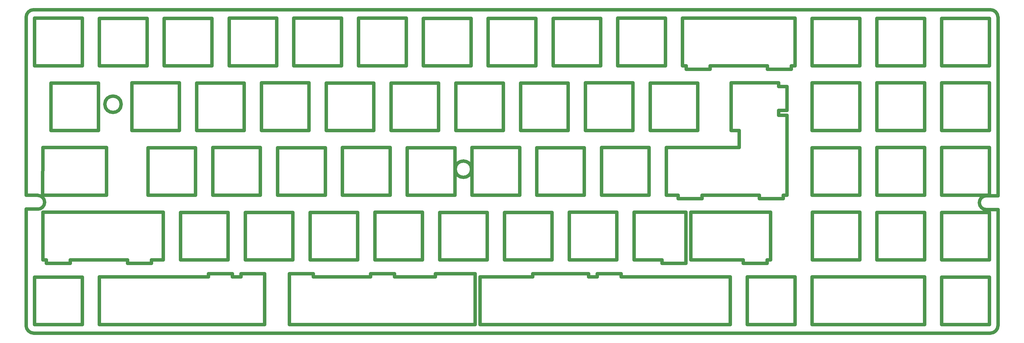
<source format=gbr>
%TF.GenerationSoftware,KiCad,Pcbnew,(7.0.0)*%
%TF.CreationDate,2023-03-30T18:52:10+02:00*%
%TF.ProjectId,qazimodo plate,71617a69-6d6f-4646-9f20-706c6174652e,rev?*%
%TF.SameCoordinates,Original*%
%TF.FileFunction,Soldermask,Top*%
%TF.FilePolarity,Negative*%
%FSLAX46Y46*%
G04 Gerber Fmt 4.6, Leading zero omitted, Abs format (unit mm)*
G04 Created by KiCad (PCBNEW (7.0.0)) date 2023-03-30 18:52:10*
%MOMM*%
%LPD*%
G01*
G04 APERTURE LIST*
%ADD10C,1.000000*%
G04 APERTURE END LIST*
D10*
X258101595Y-124753760D02*
X258101595Y-138753760D01*
X99695000Y-124752682D02*
X67610937Y-124752682D01*
X167335140Y-67621903D02*
X153335140Y-67621903D01*
X211460937Y-123752682D02*
X206883000Y-123752682D01*
X331790766Y-100839711D02*
X328353046Y-100838000D01*
X129233317Y-67600314D02*
X115233317Y-67600314D01*
X96173605Y-67609912D02*
X96173605Y-81609912D01*
X129233317Y-81600314D02*
X129233317Y-67600314D01*
X310205013Y-48558972D02*
X296205013Y-48558972D01*
X114941701Y-86656637D02*
X100941701Y-86656637D01*
X65024000Y-100652682D02*
X69704687Y-100652682D01*
X248412000Y-86652682D02*
X234298437Y-86652682D01*
X139055971Y-100650656D02*
X153055971Y-100650656D01*
X67610937Y-124752682D02*
X67610937Y-138752682D01*
X109210937Y-124752682D02*
X106692187Y-124752682D01*
X147310937Y-124752682D02*
X138811000Y-124752682D01*
X215228957Y-86642654D02*
X215228957Y-100642654D01*
X51943000Y-105702682D02*
X50942187Y-105702682D01*
X50942187Y-86652682D02*
X50927000Y-100652682D01*
X256880187Y-120702682D02*
X263880187Y-120702682D01*
X205440907Y-81618300D02*
X205440907Y-67618300D01*
X315260140Y-105714099D02*
X315260140Y-119714099D01*
X329252222Y-100656181D02*
X329252222Y-86656181D01*
X277160140Y-48558565D02*
X277160140Y-62558565D01*
X75905187Y-119702682D02*
X75905187Y-120702682D01*
X262636000Y-62552682D02*
X264023937Y-62552682D01*
X105441332Y-105718266D02*
X91441332Y-105718266D01*
X176866587Y-62564784D02*
X176866587Y-48564784D01*
X81610001Y-62564601D02*
X81610001Y-48564601D01*
X46041701Y-100711000D02*
X49452502Y-100711000D01*
X110479746Y-105715011D02*
X110479746Y-119715011D01*
X233004187Y-120702682D02*
X240004187Y-120702682D01*
X255729687Y-81602682D02*
X255729687Y-86652682D01*
X224504479Y-81606865D02*
X224504479Y-67606865D01*
X291148406Y-81607093D02*
X291148406Y-67607093D01*
X329540054Y-141281254D02*
G75*
G03*
X331790054Y-139031184I-54J2250054D01*
G01*
X277175976Y-105706409D02*
X277175976Y-119706409D01*
X130466687Y-123752682D02*
X123466687Y-123752682D01*
X82905187Y-119702682D02*
X86373437Y-119702682D01*
X329267518Y-62557548D02*
X329267518Y-48557548D01*
X48290054Y-46031154D02*
G75*
G03*
X46040054Y-48281184I46J-2250046D01*
G01*
X219763526Y-105698605D02*
X205763526Y-105698605D01*
X143534873Y-105715267D02*
X129534873Y-105715267D01*
X86373437Y-105702682D02*
X51943000Y-105702682D01*
X277175976Y-119706409D02*
X291175976Y-119706409D01*
X167335140Y-81621903D02*
X167335140Y-67621903D01*
X74549000Y-119702682D02*
X75905187Y-119702682D01*
X50927000Y-100652682D02*
X65024000Y-100652682D01*
X177157751Y-86655170D02*
X177157751Y-100655170D01*
X77154085Y-81603253D02*
X91154085Y-81603253D01*
X120003236Y-100683210D02*
X134003236Y-100683210D01*
X210191929Y-100683438D02*
X210191929Y-86683438D01*
X215228957Y-100642654D02*
X229228957Y-100642654D01*
X143534873Y-119715267D02*
X143534873Y-105715267D01*
X261642687Y-100652682D02*
X261642687Y-101652682D01*
X229228957Y-100642654D02*
X229228957Y-86642654D01*
X116210937Y-123752682D02*
X109210937Y-123752682D01*
X271023937Y-62552682D02*
X272110937Y-62552682D01*
X250967187Y-105702682D02*
X241442187Y-105702682D01*
X96173605Y-81609912D02*
X110173605Y-81609912D01*
X200689316Y-105716591D02*
X186689316Y-105716591D01*
X269729687Y-68689682D02*
X267348437Y-68689682D01*
X233004187Y-119702682D02*
X233004187Y-120702682D01*
X329262931Y-67603845D02*
X315262931Y-67603845D01*
X241442187Y-105702682D02*
X241442187Y-119702682D01*
X310215238Y-119721789D02*
X310215238Y-105721789D01*
X196191929Y-86683438D02*
X196191929Y-100683438D01*
X277160140Y-62558565D02*
X291160140Y-62558565D01*
X158107339Y-100701538D02*
X172107339Y-100701538D01*
X95894749Y-86679479D02*
X81894749Y-86679479D01*
X237766687Y-101652682D02*
X244766687Y-101652682D01*
X157819201Y-48555401D02*
X143819201Y-48555401D01*
X291160140Y-62558565D02*
X291160140Y-48558565D01*
X291175976Y-119706409D02*
X291175976Y-105706409D01*
X110479746Y-119715011D02*
X124479746Y-119715011D01*
X166360937Y-124752682D02*
X160192187Y-124752682D01*
X62560937Y-62552682D02*
X62560937Y-48552682D01*
X100668208Y-62564601D02*
X100668208Y-48564601D01*
X138764915Y-48546305D02*
X124764915Y-48546305D01*
X49452502Y-104774996D02*
G75*
G03*
X49452504Y-100711004I5598J2031996D01*
G01*
X224504479Y-67606865D02*
X210504479Y-67606865D01*
X310215238Y-105721789D02*
X296215238Y-105721789D01*
X267348437Y-68689682D02*
X267348437Y-67602682D01*
X269729687Y-99695000D02*
X269729687Y-77127682D01*
X77154085Y-67603253D02*
X77154085Y-81603253D01*
X214981694Y-62561830D02*
X214981694Y-48561830D01*
X277160937Y-138752682D02*
X278247937Y-138752682D01*
X181864000Y-124752682D02*
X179529687Y-124752682D01*
X224773437Y-105702682D02*
X224773437Y-119702682D01*
X315258624Y-124777294D02*
X315258624Y-138777294D01*
X329260140Y-105714099D02*
X315260140Y-105714099D01*
X181616132Y-105721447D02*
X167616132Y-105721447D01*
X272101595Y-138753760D02*
X272101595Y-124753760D01*
X329252222Y-86656181D02*
X315252222Y-86656181D01*
X196191929Y-100683438D02*
X210191929Y-100683438D01*
X315267518Y-62557548D02*
X329267518Y-62557548D01*
X263880187Y-120702682D02*
X263880187Y-119702682D01*
X148290779Y-67614783D02*
X134290779Y-67614783D01*
X46037500Y-104775000D02*
X49452502Y-104775000D01*
X205763526Y-105698605D02*
X205763526Y-119698605D01*
X331787498Y-104901996D02*
X331790054Y-139031184D01*
X329540054Y-46031184D02*
X48290054Y-46031184D01*
X240147937Y-63552682D02*
X247147937Y-63552682D01*
X277148406Y-81607093D02*
X291148406Y-81607093D01*
X67326185Y-81610824D02*
X67326185Y-67610824D01*
X267348437Y-77127682D02*
X267348437Y-75689682D01*
X181912118Y-62558197D02*
X195912118Y-62558197D01*
X271023937Y-63552682D02*
X271023937Y-62552682D01*
X220985937Y-124752682D02*
X220985937Y-123752682D01*
X106692187Y-124752682D02*
X106692187Y-123752682D01*
X67326185Y-67610824D02*
X53326185Y-67610824D01*
X291148406Y-67607093D02*
X277148406Y-67607093D01*
X158107339Y-86701538D02*
X158107339Y-100701538D01*
X120003236Y-86683210D02*
X120003236Y-100683210D01*
X134290779Y-67614783D02*
X134290779Y-81614783D01*
X310202422Y-67600342D02*
X296202422Y-67600342D01*
X296205013Y-62558972D02*
X310205013Y-62558972D01*
X181864000Y-138752682D02*
X253060937Y-138752682D01*
X186398568Y-81617275D02*
X186398568Y-67617275D01*
X214981694Y-48561830D02*
X200981694Y-48561830D01*
X162866587Y-48564784D02*
X162866587Y-62564784D01*
X147310937Y-123752682D02*
X147310937Y-124752682D01*
X269729687Y-77127682D02*
X267348437Y-77127682D01*
X86668208Y-48564601D02*
X86668208Y-62564601D01*
X272110937Y-62552682D02*
X272110937Y-48552682D01*
X138811000Y-124752682D02*
X130466687Y-124752682D01*
X129534873Y-119715267D02*
X143534873Y-119715267D01*
X81894749Y-86679479D02*
X81894749Y-100679479D01*
X264967187Y-105702682D02*
X250952000Y-105702682D01*
X50942187Y-119702682D02*
X52029187Y-119702682D01*
X296202422Y-67600342D02*
X296202422Y-81600342D01*
X234298437Y-100652682D02*
X237766687Y-100652682D01*
X296202422Y-81600342D02*
X310202422Y-81600342D01*
X277160368Y-86663643D02*
X277160368Y-100663643D01*
X277148406Y-67607093D02*
X277148406Y-81607093D01*
X272101595Y-124753760D02*
X258101595Y-124753760D01*
X220011176Y-48555583D02*
X220011176Y-62555583D01*
X134290779Y-81614783D02*
X148290779Y-81614783D01*
X64897000Y-86652682D02*
X50942187Y-86652682D01*
X253348437Y-81602682D02*
X255729687Y-81602682D01*
X124764915Y-48546305D02*
X124764915Y-62546305D01*
X129534873Y-105715267D02*
X129534873Y-119715267D01*
X130466687Y-124752682D02*
X130466687Y-123752682D01*
X172398568Y-67617275D02*
X172398568Y-81617275D01*
X52029187Y-120702682D02*
X59029187Y-120702682D01*
X234298437Y-86652682D02*
X234298437Y-100652682D01*
X154310937Y-123752682D02*
X147320000Y-123752682D01*
X213985937Y-123752682D02*
X213985937Y-124752682D01*
X177157751Y-100655170D02*
X191157751Y-100655170D01*
X213985937Y-124752682D02*
X211460937Y-124752682D01*
X114941701Y-100656637D02*
X114941701Y-86656637D01*
X153335140Y-81621903D02*
X167335140Y-81621903D01*
X248412000Y-124752682D02*
X220985937Y-124752682D01*
X100941701Y-100656637D02*
X114941701Y-100656637D01*
X110173605Y-81609912D02*
X110173605Y-67609912D01*
X139055971Y-86650656D02*
X139055971Y-100650656D01*
X220011176Y-62555583D02*
X234011176Y-62555583D01*
X191440907Y-81618300D02*
X205440907Y-81618300D01*
X238760000Y-105702682D02*
X224773437Y-105702682D01*
X99685937Y-123752682D02*
X99685937Y-124752682D01*
X195912118Y-48558197D02*
X181912118Y-48558197D01*
X253060937Y-124752682D02*
X248412000Y-124752682D01*
X81610001Y-48564601D02*
X67610001Y-48564601D01*
X296215238Y-105721789D02*
X296215238Y-119721789D01*
X123466687Y-138752682D02*
X124714000Y-138752682D01*
X171091687Y-123752682D02*
X166360937Y-123752682D01*
X53326185Y-67610824D02*
X53326185Y-81610824D01*
X240004187Y-105702682D02*
X238773437Y-105702682D01*
X296197039Y-100653817D02*
X310197039Y-100653817D01*
X95894749Y-100679479D02*
X95894749Y-86679479D01*
X310197039Y-100653817D02*
X310197039Y-86653817D01*
X310210937Y-138752682D02*
X310210937Y-124752682D01*
X205440907Y-67618300D02*
X191440907Y-67618300D01*
X267348437Y-75689682D02*
X269729687Y-75689682D01*
X310197039Y-86653817D02*
X296197039Y-86653817D01*
X200981694Y-62561830D02*
X214981694Y-62561830D01*
X229545991Y-67622701D02*
X229545991Y-81622701D01*
X186689316Y-105716591D02*
X186689316Y-119716591D01*
X62565722Y-124760596D02*
X48565722Y-124760596D01*
X81894749Y-100679479D02*
X95894749Y-100679479D01*
X296197039Y-86653817D02*
X296197039Y-100653817D01*
X50942187Y-105702682D02*
X50942187Y-119702682D01*
X244766687Y-101652682D02*
X244766687Y-100652682D01*
X166360937Y-123752682D02*
X166360937Y-124752682D01*
X106685937Y-123752682D02*
X99692187Y-123752682D01*
X134003236Y-86683210D02*
X120003236Y-86683210D01*
X153055971Y-86650656D02*
X139055971Y-86650656D01*
X291160368Y-86663643D02*
X277160368Y-86663643D01*
X75905187Y-120702682D02*
X82905187Y-120702682D01*
X234011176Y-48555583D02*
X220011176Y-48555583D01*
X267348437Y-67602682D02*
X253348437Y-67602682D01*
X48560937Y-62552682D02*
X62560937Y-62552682D01*
X253348437Y-67602682D02*
X253348437Y-81602682D01*
X239060937Y-48552682D02*
X239060937Y-62552682D01*
X148590227Y-105699289D02*
X148590227Y-119699289D01*
X291160368Y-100663643D02*
X291160368Y-86663643D01*
X315262931Y-81603845D02*
X329262931Y-81603845D01*
X138764915Y-62546305D02*
X138764915Y-48546305D01*
X123466687Y-123752682D02*
X123466687Y-138752682D01*
X269729687Y-75689682D02*
X269729687Y-68689682D01*
X315258624Y-138777294D02*
X329258624Y-138777294D01*
X240147937Y-48552682D02*
X239060937Y-48552682D01*
X172107339Y-86701538D02*
X158107339Y-86701538D01*
X250952000Y-119702682D02*
X256880187Y-119702682D01*
X91441332Y-105718266D02*
X91441332Y-119718266D01*
X67610937Y-138752682D02*
X116205000Y-138752682D01*
X172398568Y-81617275D02*
X186398568Y-81617275D01*
X315252222Y-100656181D02*
X329252222Y-100656181D01*
X148290779Y-81614783D02*
X148290779Y-67614783D01*
X82905187Y-120702682D02*
X82905187Y-119702682D01*
X331790016Y-48281184D02*
G75*
G03*
X329540054Y-46031184I-2249916J84D01*
G01*
X309118000Y-124752682D02*
X277160937Y-124752682D01*
X177009344Y-93001114D02*
G75*
G03*
X177009344Y-93001114I-2400000J0D01*
G01*
X239060937Y-62552682D02*
X240147937Y-62552682D01*
X277160368Y-100663643D02*
X291160368Y-100663643D01*
X243545991Y-67622701D02*
X229545991Y-67622701D01*
X153055971Y-100650656D02*
X153055971Y-86650656D01*
X154342687Y-124752682D02*
X154342687Y-123752682D01*
X291160140Y-48558565D02*
X277160140Y-48558565D01*
X179529687Y-124752682D02*
X179529687Y-138752682D01*
X62565722Y-138760596D02*
X62565722Y-124760596D01*
X191157751Y-86655170D02*
X177157751Y-86655170D01*
X200981694Y-48561830D02*
X200981694Y-62561830D01*
X124764915Y-62546305D02*
X138764915Y-62546305D01*
X178091687Y-123752682D02*
X173360937Y-123752682D01*
X310202422Y-81600342D02*
X310202422Y-67600342D01*
X119720377Y-62556394D02*
X119720377Y-48556394D01*
X195912118Y-62558197D02*
X195912118Y-48558197D01*
X153335140Y-67621903D02*
X153335140Y-81621903D01*
X46040016Y-139031184D02*
G75*
G03*
X48290054Y-141281184I2250084J84D01*
G01*
X256880187Y-119702682D02*
X256880187Y-120702682D01*
X220985937Y-123752682D02*
X213985937Y-123752682D01*
X206883000Y-123752682D02*
X194967687Y-123752682D01*
X328353046Y-100838005D02*
G75*
G03*
X328353044Y-104901995I-5546J-2031995D01*
G01*
X261642687Y-101652682D02*
X268642687Y-101652682D01*
X194967687Y-124752682D02*
X181864000Y-124752682D01*
X315260140Y-119714099D02*
X329260140Y-119714099D01*
X277160937Y-124752682D02*
X277160937Y-138752682D01*
X329262931Y-81603845D02*
X329262931Y-67603845D01*
X331790766Y-100839711D02*
X331790054Y-48281184D01*
X53326185Y-81610824D02*
X67326185Y-81610824D01*
X173360937Y-123752682D02*
X171091687Y-123752682D01*
X291175976Y-105706409D02*
X277175976Y-105706409D01*
X264023937Y-62552682D02*
X264023937Y-63552682D01*
X229228957Y-86642654D02*
X215228957Y-86642654D01*
X269729687Y-100652682D02*
X269729687Y-99695000D01*
X264967187Y-119702682D02*
X264967187Y-105702682D01*
X200689316Y-119716591D02*
X200689316Y-105716591D01*
X179529687Y-138752682D02*
X181864000Y-138752682D01*
X329258624Y-124777294D02*
X315258624Y-124777294D01*
X124714000Y-138752682D02*
X178091687Y-138752682D01*
X331787498Y-104901996D02*
X328353044Y-104901996D01*
X194967687Y-123752682D02*
X194967687Y-124752682D01*
X329260140Y-119714099D02*
X329260140Y-105714099D01*
X234011176Y-62555583D02*
X234011176Y-48555583D01*
X162866587Y-62564784D02*
X176866587Y-62564784D01*
X124479746Y-119715011D02*
X124479746Y-105715011D01*
X181616132Y-119721447D02*
X181616132Y-105721447D01*
X162590227Y-119699289D02*
X162590227Y-105699289D01*
X255729687Y-86652682D02*
X248412000Y-86652682D01*
X315267518Y-48557548D02*
X315267518Y-62557548D01*
X272110937Y-48552682D02*
X240157000Y-48552682D01*
X211460937Y-124752682D02*
X211460937Y-123752682D01*
X91441332Y-119718266D02*
X105441332Y-119718266D01*
X296205013Y-48558972D02*
X296205013Y-62558972D01*
X115233317Y-67600314D02*
X115233317Y-81600314D01*
X186689316Y-119716591D02*
X200689316Y-119716591D01*
X263880187Y-119702682D02*
X264967187Y-119702682D01*
X210504479Y-81606865D02*
X224504479Y-81606865D01*
X178091687Y-138752682D02*
X178091687Y-123752682D01*
X143819201Y-48555401D02*
X143819201Y-62555401D01*
X86373437Y-119702682D02*
X86373437Y-105702682D01*
X224773437Y-119702682D02*
X233004187Y-119702682D01*
X115233317Y-81600314D02*
X129233317Y-81600314D01*
X219763526Y-119698605D02*
X219763526Y-105698605D01*
X329267518Y-48557548D02*
X315267518Y-48557548D01*
X110173605Y-67609912D02*
X96173605Y-67609912D01*
X310210937Y-124752682D02*
X309123937Y-124752682D01*
X143819201Y-62555401D02*
X157819201Y-62555401D01*
X67610001Y-48564601D02*
X67610001Y-62564601D01*
X116210937Y-138752682D02*
X116210937Y-123752682D01*
X191157751Y-100655170D02*
X191157751Y-86655170D01*
X310205013Y-62558972D02*
X310205013Y-48558972D01*
X148590227Y-119699289D02*
X162590227Y-119699289D01*
X253060937Y-138752682D02*
X253060937Y-124752682D01*
X86668208Y-62564601D02*
X100668208Y-62564601D01*
X315252222Y-86656181D02*
X315252222Y-100656181D01*
X105720377Y-62556394D02*
X119720377Y-62556394D01*
X91154085Y-81603253D02*
X91154085Y-67603253D01*
X237766687Y-100652682D02*
X237766687Y-101652682D01*
X100668208Y-48564601D02*
X86668208Y-48564601D01*
X59029187Y-120702682D02*
X59029187Y-119702682D01*
X160192187Y-124752682D02*
X154342687Y-124752682D01*
X278247937Y-138752682D02*
X309123937Y-138752682D01*
X329258624Y-138777294D02*
X329258624Y-124777294D01*
X240147937Y-62552682D02*
X240147937Y-63552682D01*
X91154085Y-67603253D02*
X77154085Y-67603253D01*
X157819201Y-62555401D02*
X157819201Y-48555401D01*
X67610001Y-62564601D02*
X81610001Y-62564601D01*
X176866587Y-48564784D02*
X162866587Y-48564784D01*
X48565722Y-138760596D02*
X62565722Y-138760596D01*
X162590227Y-105699289D02*
X148590227Y-105699289D01*
X134003236Y-100683210D02*
X134003236Y-86683210D01*
X46037500Y-104775000D02*
X46040054Y-139031184D01*
X205763526Y-119698605D02*
X219763526Y-119698605D01*
X48560937Y-48552682D02*
X48560937Y-62552682D01*
X315262931Y-67603845D02*
X315262931Y-81603845D01*
X229545991Y-81622701D02*
X243545991Y-81622701D01*
X52029187Y-119702682D02*
X52029187Y-120702682D01*
X296215238Y-119721789D02*
X310215238Y-119721789D01*
X119720377Y-48556394D02*
X105720377Y-48556394D01*
X105441332Y-119718266D02*
X105441332Y-105718266D01*
X59029187Y-119702682D02*
X74549000Y-119702682D01*
X100941701Y-86656637D02*
X100941701Y-100656637D01*
X268642687Y-101652682D02*
X268642687Y-100652682D01*
X69704687Y-86652682D02*
X64897000Y-86652682D01*
X258101595Y-138753760D02*
X272101595Y-138753760D01*
X73991873Y-73880935D02*
G75*
G03*
X73991873Y-73880935I-2400000J0D01*
G01*
X247147937Y-63552682D02*
X247147937Y-62552682D01*
X191440907Y-67618300D02*
X191440907Y-81618300D01*
X109210937Y-123752682D02*
X109210937Y-124752682D01*
X186398568Y-67617275D02*
X172398568Y-67617275D01*
X268642687Y-100652682D02*
X269729687Y-100652682D01*
X244766687Y-100652682D02*
X246126000Y-100652682D01*
X48565722Y-124760596D02*
X48565722Y-138760596D01*
X69704687Y-100652682D02*
X69704687Y-86652682D01*
X309123937Y-138752682D02*
X310210937Y-138752682D01*
X167616132Y-105721447D02*
X167616132Y-119721447D01*
X247147937Y-62552682D02*
X262636000Y-62552682D01*
X48290054Y-141281184D02*
X329540054Y-141281184D01*
X246126000Y-100652682D02*
X261642687Y-100652682D01*
X62560937Y-48552682D02*
X48560937Y-48552682D01*
X172107339Y-100701538D02*
X172107339Y-86701538D01*
X167616132Y-119721447D02*
X181616132Y-119721447D01*
X210504479Y-67606865D02*
X210504479Y-81606865D01*
X124479746Y-105715011D02*
X110479746Y-105715011D01*
X181912118Y-48558197D02*
X181912118Y-62558197D01*
X243545991Y-81622701D02*
X243545991Y-67622701D01*
X240004187Y-120702682D02*
X240004187Y-105702682D01*
X264023937Y-63552682D02*
X271023937Y-63552682D01*
X105720377Y-48556394D02*
X105720377Y-62556394D01*
X210191929Y-86683438D02*
X196191929Y-86683438D01*
X241442187Y-119702682D02*
X250967187Y-119702682D01*
X46040054Y-48281184D02*
X46041701Y-100711000D01*
M02*

</source>
